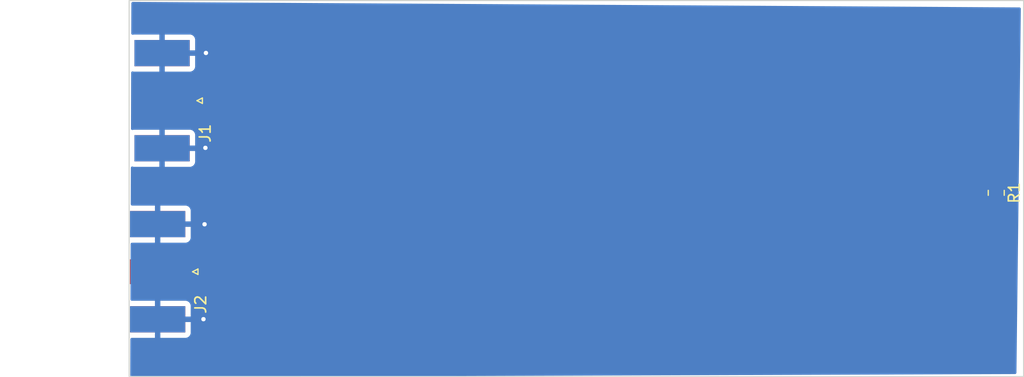
<source format=kicad_pcb>
(kicad_pcb (version 20221018) (generator pcbnew)
  (title_block (title "Differential Impedance Coupon") (date "2023-03-12") (rev "1.0"))
  (layers (0 "F.Cu" signal) (31 "B.Cu" signal) (34 "B.Paste" user) (35 "F.Paste" user) (36 "B.SilkS" user "B.Silkscreen") (37 "F.SilkS" user "F.Silkscreen") (38 "B.Mask" user) (39 "F.Mask" user) (44 "Edge.Cuts" user))
  (net 0 "")
  (net 1 "Net-(J1-In)")
  (net 2 "GND")
  (net 3 "Net-(J2-In)")
  (footprint "sma_connector:SMA_142_0701_851_EdgeMount" (layer "F.Cu") (at 108.5627 80.8228 180)
    (fp_text reference "J1" (at -3.96 -3 90) (layer "F.SilkS"))
    (fp_text value "Conn_Coaxial")
    (fp_line (start -3.71 -0.25) (end -3.71 0.25) (stroke (width 0.12)) (layer "F.SilkS"))
    (fp_line (start -3.71 0.25) (end -3.21 0) (stroke (width 0.12)) (layer "F.SilkS"))
    (fp_line (start -3.21 0) (end -3.71 -0.25) (stroke (width 0.12)) (layer "F.SilkS"))
    (pad "1" smd rect (at 0 0 270) (size 2.286 5.08) (layers "F.Cu" "F.Paste" "F.Mask") (net 1 "Net-(J1-In)"))
    (pad "2" smd rect (at 0 -4.3815 270) (size 2.413 5.08) (layers "F.Cu" "F.Paste" "F.Mask") (net 2 "GND"))
    (pad "2" smd rect (at 0 -4.3815 270) (size 2.413 5.08) (layers "B.Cu" "B.Paste" "B.Mask") (net 2 "GND"))
    (pad "2" smd rect (at 0 4.3815 270) (size 2.413 5.08) (layers "F.Cu" "F.Paste" "F.Mask") (net 2 "GND"))
    (pad "2" smd rect (at 0 4.3815 270) (size 2.413 5.08) (layers "B.Cu" "B.Paste" "B.Mask") (net 2 "GND"))
  )
  (footprint "sma_connector:SMA_142_0701_851_EdgeMount" (layer "F.Cu") (at 108.1563 96.5708 180)
    (fp_text reference "J2" (at -3.96 -3 90) (layer "F.SilkS"))
    (fp_text value "Conn_Coaxial")
    (fp_line (start -3.71 -0.25) (end -3.71 0.25) (stroke (width 0.12)) (layer "F.SilkS"))
    (fp_line (start -3.71 0.25) (end -3.21 0) (stroke (width 0.12)) (layer "F.SilkS"))
    (fp_line (start -3.21 0) (end -3.71 -0.25) (stroke (width 0.12)) (layer "F.SilkS"))
    (pad "1" smd rect (at 0 0 270) (size 2.286 5.08) (layers "F.Cu" "F.Paste" "F.Mask") (net 3 "Net-(J2-In)"))
    (pad "2" smd rect (at 0 -4.3815 270) (size 2.413 5.08) (layers "F.Cu" "F.Paste" "F.Mask") (net 2 "GND"))
    (pad "2" smd rect (at 0 -4.3815 270) (size 2.413 5.08) (layers "B.Cu" "B.Paste" "B.Mask") (net 2 "GND"))
    (pad "2" smd rect (at 0 4.3815 270) (size 2.413 5.08) (layers "F.Cu" "F.Paste" "F.Mask") (net 2 "GND"))
    (pad "2" smd rect (at 0 4.3815 270) (size 2.413 5.08) (layers "B.Cu" "B.Paste" "B.Mask") (net 2 "GND"))
  )
  (footprint "Resistor_SMD:R_0805_2012Metric" (layer "F.Cu") (at 185.2676 89.3083 -90)
    (fp_text reference "R1" (at 0 -1.65 90) (layer "F.SilkS"))
    (fp_text value "120")
    (fp_line (start -0.227064 -0.735) (end 0.227064 -0.735) (stroke (width 0.12)) (layer "F.SilkS"))
    (fp_line (start -0.227064 0.735) (end 0.227064 0.735) (stroke (width 0.12)) (layer "F.SilkS"))
    (pad "1" smd roundrect (at -0.9125 0 270) (size 1.025 1.4) (layers "F.Cu" "F.Paste" "F.Mask") (roundrect_rratio 0.243902) (net 1 "Net-(J1-In)"))
    (pad "2" smd roundrect (at 0.9125 0 270) (size 1.025 1.4) (layers "F.Cu" "F.Paste" "F.Mask") (roundrect_rratio 0.243902) (net 3 "Net-(J2-In)"))
  )
  (gr_rect (start 105.537 71.6026) (end 187.7822 106.2228) (stroke (width 0.1)) (fill none) (layer "Edge.Cuts"))
  (segment (start 114.8334 80.8228) (end 108.5627 80.8228) (width 1.27) (layer "F.Cu") (net 1))
  (segment (start 121.0564 87.0458) (end 114.8334 80.8228) (width 1.27) (layer "F.Cu") (net 1))
  (segment (start 121.0818 87.0458) (end 121.0564 87.0458) (width 1.27) (layer "F.Cu") (net 1))
  (segment (start 184.6542 87.7824) (end 121.8184 87.7824) (width 0.508) (layer "F.Cu") (net 1))
  (segment (start 121.8184 87.7824) (end 121.0818 87.0458) (width 0.508) (layer "F.Cu") (net 1))
  (segment (start 185.2676 88.3958) (end 184.6542 87.7824) (width 0.508) (layer "F.Cu") (net 1))
  (segment (start 112.5855 76.4413) (end 112.5982 76.4286) (width 0.25) (layer "F.Cu") (net 2))
  (segment (start 108.1563 100.9523) (end 112.3569 100.9523) (width 0.25) (layer "F.Cu") (net 2))
  (segment (start 112.3569 100.9523) (end 112.3696 100.9396) (width 0.25) (layer "F.Cu") (net 2))
  (segment (start 112.5093 85.2043) (end 112.5474 85.1662) (width 0.25) (layer "F.Cu") (net 2))
  (segment (start 108.1563 92.1893) (end 112.4585 92.1893) (width 0.25) (layer "F.Cu") (net 2))
  (segment (start 112.4585 92.1893) (end 112.4712 92.202) (width 0.25) (layer "F.Cu") (net 2))
  (segment (start 108.5627 76.4413) (end 112.5855 76.4413) (width 0.25) (layer "F.Cu") (net 2))
  (segment (start 108.5627 85.2043) (end 112.5093 85.2043) (width 0.25) (layer "F.Cu") (net 2))
  (via (at 112.5982 76.4286) (size 0.8) (drill 0.4) (layers "F.Cu" "B.Cu") (net 2))
  (via (at 112.4712 92.202) (size 0.8) (drill 0.4) (layers "F.Cu" "B.Cu") (net 2))
  (via (at 112.3696 100.9396) (size 0.8) (drill 0.4) (layers "F.Cu" "B.Cu") (net 2))
  (via (at 112.5474 85.1662) (size 0.8) (drill 0.4) (layers "F.Cu" "B.Cu") (net 2))
  (segment (start 112.3569 100.9523) (end 108.1563 100.9523) (width 0.25) (layer "B.Cu") (net 2))
  (segment (start 112.5855 76.4413) (end 108.5627 76.4413) (width 0.25) (layer "B.Cu") (net 2))
  (segment (start 112.4712 92.202) (end 112.4585 92.1893) (width 0.25) (layer "B.Cu") (net 2))
  (segment (start 112.4585 92.1893) (end 108.1563 92.1893) (width 0.25) (layer "B.Cu") (net 2))
  (segment (start 112.5474 85.1662) (end 112.5093 85.2043) (width 0.25) (layer "B.Cu") (net 2))
  (segment (start 112.5982 76.4286) (end 112.5855 76.4413) (width 0.25) (layer "B.Cu") (net 2))
  (segment (start 112.3696 100.9396) (end 112.3569 100.9523) (width 0.25) (layer "B.Cu") (net 2))
  (segment (start 112.5093 85.2043) (end 108.5627 85.2043) (width 0.25) (layer "B.Cu") (net 2))
  (segment (start 160.909 88.8238) (end 182.0926 88.8238) (width 0.508) (layer "F.Cu") (net 3))
  (segment (start 143.5354 89.5096) (end 160.2232 89.5096) (width 0.508) (layer "F.Cu") (net 3))
  (segment (start 120.4722 89.7128) (end 120.4976 89.7128) (width 0.508) (layer "F.Cu") (net 3))
  (segment (start 183.4896 90.2208) (end 185.2676 90.2208) (width 0.508) (layer "F.Cu") (net 3))
  (segment (start 142.5162 88.4904) (end 143.5354 89.5096) (width 0.508) (layer "F.Cu") (net 3))
  (segment (start 121.72 88.4904) (end 142.5162 88.4904) (width 0.508) (layer "F.Cu") (net 3))
  (segment (start 182.0926 88.8238) (end 183.4896 90.2208) (width 0.508) (layer "F.Cu") (net 3))
  (segment (start 120.4722 89.7636) (end 120.4722 89.7128) (width 1.27) (layer "F.Cu") (net 3))
  (segment (start 113.665 96.5708) (end 120.4722 89.7636) (width 1.27) (layer "F.Cu") (net 3))
  (segment (start 108.1563 96.5708) (end 113.665 96.5708) (width 1.27) (layer "F.Cu") (net 3))
  (segment (start 160.2232 89.5096) (end 160.909 88.8238) (width 0.508) (layer "F.Cu") (net 3))
  (segment (start 120.4976 89.7128) (end 121.72 88.4904) (width 0.508) (layer "F.Cu") (net 3))
  (zone (net 2) (net_name "GND") (layer "B.Cu") (connect_pads (clearance 0.5)) (min_thickness 0.25) (fill yes (thermal_gap 0.5) (thermal_bridge_width 0.5))
    (polygon (pts (xy 105.7402 71.7296) (xy 187.5282 72.2376) (xy 187.1218 105.9942) (xy 105.6386 106.2736)))
  )
)
</source>
